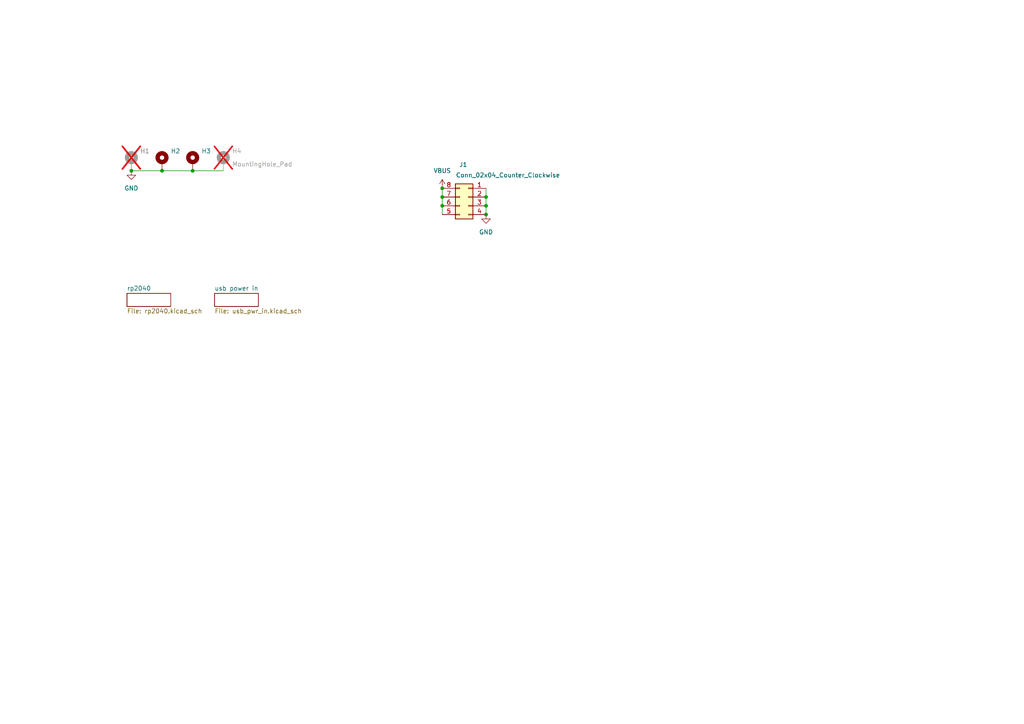
<source format=kicad_sch>
(kicad_sch (version 20250114) (generator "eeschema") (generator_version "9.0")
  (paper "A4")
  (lib_symbols
    (symbol "Connector_Generic:Conn_02x04_Counter_Clockwise" (pin_names (offset 1.016) (hide yes))
      (property "Reference" "J" (at 1.27 5.08 0))
      (property "Value" "Conn_02x04_Counter_Clockwise" (at 1.27 -7.62 0))
      (symbol "Conn_02x04_Counter_Clockwise_1_1"
        (rectangle (start -1.27 3.81) (end 3.81 -6.35) (stroke (width 0.254)) (fill (type background)))
        (rectangle (start -1.27 2.667) (end 0 2.413) (stroke (width 0.1524)))
        (rectangle (start -1.27 0.127) (end 0 -0.127) (stroke (width 0.1524)))
        (rectangle (start -1.27 -2.413) (end 0 -2.667) (stroke (width 0.1524)))
        (rectangle (start -1.27 -4.953) (end 0 -5.207) (stroke (width 0.1524)))
        (rectangle (start 3.81 2.667) (end 2.54 2.413) (stroke (width 0.1524)))
        (rectangle (start 3.81 0.127) (end 2.54 -0.127) (stroke (width 0.1524)))
        (rectangle (start 3.81 -2.413) (end 2.54 -2.667) (stroke (width 0.1524)))
        (rectangle (start 3.81 -4.953) (end 2.54 -5.207) (stroke (width 0.1524)))
        (pin passive line (at -5.08 2.54 0) (length 3.81) (name "Pin_1") (number "1"))
        (pin passive line (at -5.08 0 0) (length 3.81) (name "Pin_2") (number "2"))
        (pin passive line (at -5.08 -2.54 0) (length 3.81) (name "Pin_3") (number "3"))
        (pin passive line (at -5.08 -5.08 0) (length 3.81) (name "Pin_4") (number "4"))
        (pin passive line (at 7.62 2.54 180) (length 3.81) (name "Pin_8") (number "8"))
        (pin passive line (at 7.62 0 180) (length 3.81) (name "Pin_7") (number "7"))
        (pin passive line (at 7.62 -2.54 180) (length 3.81) (name "Pin_6") (number "6"))
        (pin passive line (at 7.62 -5.08 180) (length 3.81) (name "Pin_5") (number "5"))
      )
    )
    (symbol "Mechanical:MountingHole_Pad" (pin_numbers (hide yes)) (pin_names (offset 1.016) (hide yes)) (in_bom no)
      (property "Reference" "H" (at 0 6.35 0))
      (property "Value" "MountingHole_Pad" (at 0 4.445 0))
      (symbol "MountingHole_Pad_0_1"
        (circle (center 0 1.27) (radius 1.27) (stroke (width 1.27)))
      )
      (symbol "MountingHole_Pad_1_1"
        (pin input line (at 0 -2.54 90) (length 2.54) (name "1") (number "1"))
      )
    )
    (symbol "power:GND" (power) (pin_numbers (hide yes)) (pin_names (offset 0) (hide yes))
      (property "Value" "GND" (at 0 -3.81 0))
      (symbol "GND_0_1"
        (polyline (pts (xy 0 0) (xy 0 -1.27) (xy 1.27 -1.27) (xy 0 -2.54) (xy -1.27 -1.27) (xy 0 -1.27)))
      )
      (symbol "GND_1_1"
        (pin power_in line (at 0 0 270) (length 0) (name "~") (number "1"))
      )
    )
    (symbol "power:VBUS" (power) (pin_numbers (hide yes)) (pin_names (offset 0) (hide yes))
      (property "Value" "VBUS" (at 0 3.556 0))
      (symbol "VBUS_0_1"
        (polyline (pts (xy -0.762 1.27) (xy 0 2.54)))
        (polyline (pts (xy 0 2.54) (xy 0.762 1.27)))
        (polyline (pts (xy 0 0) (xy 0 2.54)))
      )
      (symbol "VBUS_1_1"
        (pin power_in line (at 0 0 90) (length 0) (name "~") (number "1"))
      )
    )
  )
  (junction (at 128.27 59.69))
  (junction (at 140.97 62.23))
  (junction (at 46.99 49.53))
  (junction (at 140.97 57.15))
  (junction (at 38.1 49.53))
  (junction (at 128.27 57.15))
  (junction (at 55.88 49.53))
  (junction (at 140.97 59.69))
  (junction (at 128.27 54.61))
  (wire (pts (xy 128.27 59.69) (xy 128.27 62.23)))
  (wire (pts (xy 46.99 49.53) (xy 55.88 49.53)))
  (wire (pts (xy 128.27 54.61) (xy 128.27 57.15)))
  (wire (pts (xy 140.97 59.69) (xy 140.97 62.23)))
  (wire (pts (xy 128.27 57.15) (xy 128.27 59.69)))
  (wire (pts (xy 140.97 54.61) (xy 140.97 57.15)))
  (wire (pts (xy 38.1 49.53) (xy 46.99 49.53)))
  (wire (pts (xy 140.97 57.15) (xy 140.97 59.69)))
  (wire (pts (xy 55.88 49.53) (xy 64.77 49.53)))
  (symbol (lib_id "Mechanical:MountingHole_Pad") (at 64.77 46.99 0) (unit 1) (in_bom no) (on_board no) (dnp yes)
    (property "Reference" "H4" (at 67.31 43.8149 0) (effects (justify left)))
    (property "Value" "MountingHole_Pad" (at 67.31 47.6249 0) (effects (justify left)))
    (property "Footprint" "MountingHole:MountingHole_2.2mm_M2_Pad" (effects (hide yes)))
    (property "Description" "Mounting Hole with connection" (effects (hide yes)))
  )
  (symbol (lib_id "Mechanical:MountingHole_Pad") (at 46.99 46.99 0) (unit 1) (in_bom no)
    (property "Reference" "H2" (at 49.53 43.8149 0) (effects (justify left)))
    (property "Value" "MountingHole_Pad" (effects (hide yes)))
    (property "Footprint" "MountingHole:MountingHole_2.2mm_M2_Pad" (effects (hide yes)))
    (property "Description" "Mounting Hole with connection" (effects (hide yes)))
  )
  (symbol (lib_id "Connector_Generic:Conn_02x04_Counter_Clockwise") (at 135.89 57.15 0) (mirror y) (unit 1)
    (property "Reference" "J1" (at 134.366 47.752 0))
    (property "Value" "Conn_02x04_Counter_Clockwise" (at 147.32 50.8 0))
    (property "Footprint" "Connector_PinHeader_2.54mm:PinHeader_2x04_P2.54mm_Vertical" (effects (hide yes)))
    (property "Description" "Generic connector, double row, 02x04, counter clockwise pin numbering scheme (similar to DIP package numbering), script generated (kicad-library-utils/schlib/autogen/connector/)" (effects (hide yes)))
  )
  (symbol (lib_id "power:GND") (at 38.1 49.53 0) (unit 1)
    (property "Reference" "#PWR08" (effects (hide yes)))
    (property "Value" "GND" (at 38.1 54.61 0))
    (property "Description" "Power symbol creates a global label with name \"GND\" , ground" (effects (hide yes)))
  )
  (symbol (lib_id "power:GND") (at 140.97 62.23 0) (unit 1)
    (property "Reference" "#PWR09" (effects (hide yes)))
    (property "Value" "GND" (at 140.97 67.31 0))
    (property "Description" "Power symbol creates a global label with name \"GND\" , ground" (effects (hide yes)))
  )
  (symbol (lib_id "power:VBUS") (at 128.27 54.61 0) (unit 1)
    (property "Reference" "#PWR013" (effects (hide yes)))
    (property "Value" "VBUS" (at 128.27 49.53 0))
    (property "Description" "Power symbol creates a global label with name \"VBUS\"" (effects (hide yes)))
  )
  (symbol (lib_id "Mechanical:MountingHole_Pad") (at 38.1 46.99 0) (unit 1) (in_bom no) (on_board no) (dnp yes)
    (property "Reference" "H1" (at 40.64 43.8149 0) (effects (justify left)))
    (property "Value" "MountingHole_Pad" (effects (hide yes)))
    (property "Footprint" "MountingHole:MountingHole_2.2mm_M2_Pad" (effects (hide yes)))
    (property "Description" "Mounting Hole with connection" (effects (hide yes)))
  )
  (symbol (lib_id "Mechanical:MountingHole_Pad") (at 55.88 46.99 0) (unit 1) (in_bom no)
    (property "Reference" "H3" (at 58.42 43.8149 0) (effects (justify left)))
    (property "Value" "MountingHole_Pad" (effects (hide yes)))
    (property "Footprint" "MountingHole:MountingHole_2.2mm_M2_Pad" (effects (hide yes)))
    (property "Description" "Mounting Hole with connection" (effects (hide yes)))
  )
  (sheet (at 62.23 85.09) (size 12.7 3.81) (stroke (width 0.1524))
    (property "Sheetname" "usb power in" (at 62.23 84.3784 0) (effects (justify left bottom)))
    (property "Sheetfile" "usb_pwr_in.kicad_sch" (at 62.23 89.4846 0) (effects (justify left top)))
  )
  (sheet (at 36.83 85.09) (size 12.7 3.81) (stroke (width 0.1524))
    (property "Sheetname" "rp2040" (at 36.83 84.3784 0) (effects (justify left bottom)))
    (property "Sheetfile" "rp2040.kicad_sch" (at 36.83 89.4846 0) (effects (justify left top)))
  )
)
</source>
